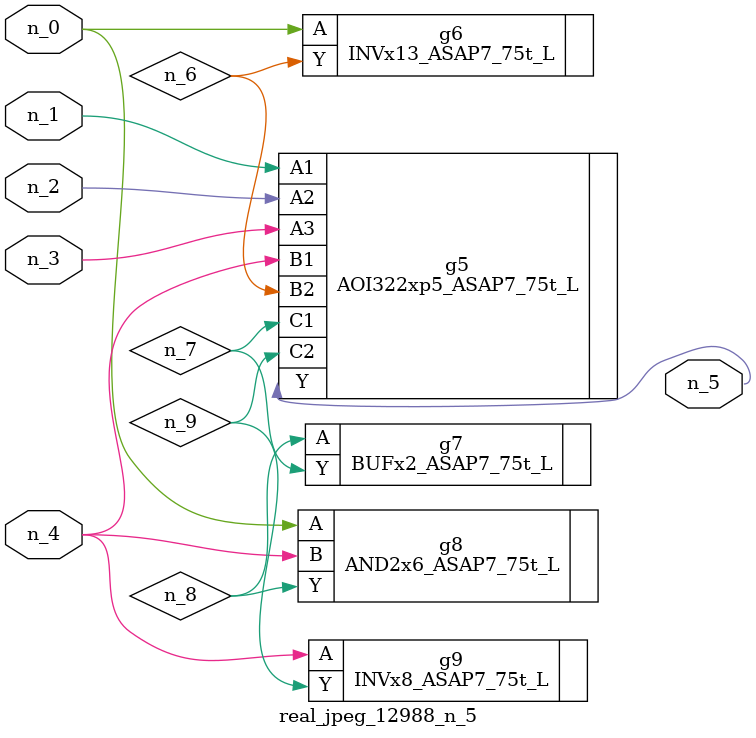
<source format=v>
module real_jpeg_12988_n_5 (n_4, n_0, n_1, n_2, n_3, n_5);

input n_4;
input n_0;
input n_1;
input n_2;
input n_3;

output n_5;

wire n_8;
wire n_6;
wire n_7;
wire n_9;

INVx13_ASAP7_75t_L g6 ( 
.A(n_0),
.Y(n_6)
);

AND2x6_ASAP7_75t_L g8 ( 
.A(n_0),
.B(n_4),
.Y(n_8)
);

AOI322xp5_ASAP7_75t_L g5 ( 
.A1(n_1),
.A2(n_2),
.A3(n_3),
.B1(n_4),
.B2(n_6),
.C1(n_7),
.C2(n_9),
.Y(n_5)
);

INVx8_ASAP7_75t_L g9 ( 
.A(n_4),
.Y(n_9)
);

BUFx2_ASAP7_75t_L g7 ( 
.A(n_8),
.Y(n_7)
);


endmodule
</source>
